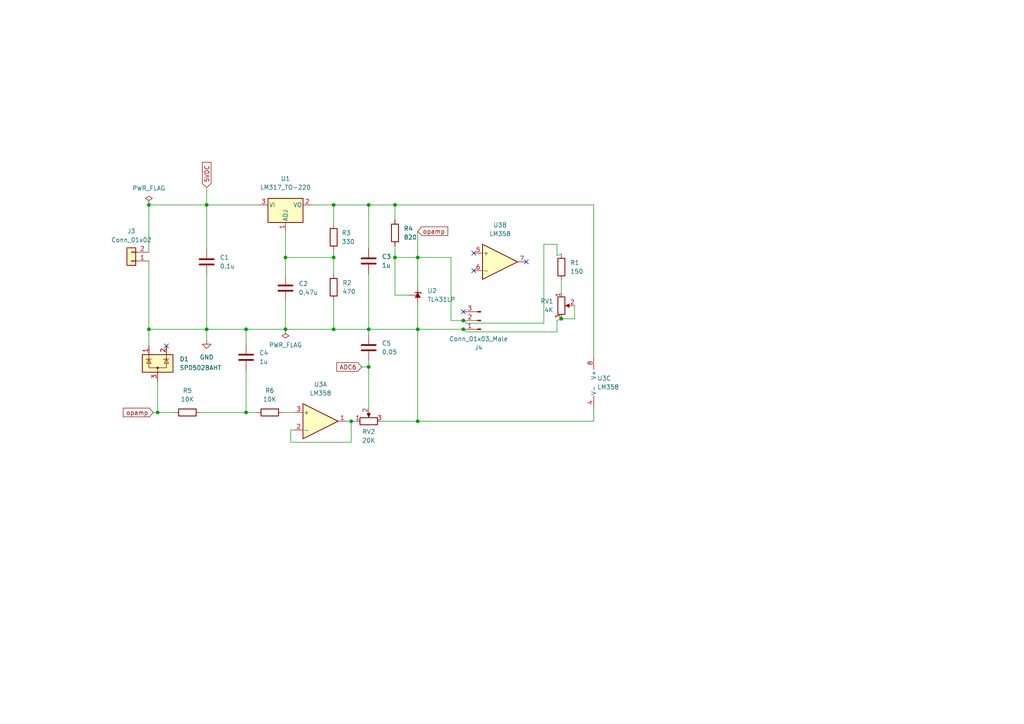
<source format=kicad_sch>
(kicad_sch (version 20211123) (generator eeschema)
  (paper "A4")
  (lib_symbols
    (symbol "Amplifier_Operational:LM358" (pin_names (offset 0.127))
      (property "Reference" "U" (at 0 5.08 0))
      (property "Value" "LM358" (at 0 -5.08 0))
      (symbol "LM358_1_1"
        (polyline (pts (xy -5.08 5.08) (xy 5.08 0) (xy -5.08 -5.08) (xy -5.08 5.08)) (stroke (width 0.254)) (fill (type background)))
        (pin output line (at 7.62 0 180) (length 2.54) (name "~") (number "1"))
        (pin input line (at -7.62 -2.54 0) (length 2.54) (name "-") (number "2"))
        (pin input line (at -7.62 2.54 0) (length 2.54) (name "+") (number "3"))
      )
      (symbol "LM358_2_1"
        (polyline (pts (xy -5.08 5.08) (xy 5.08 0) (xy -5.08 -5.08) (xy -5.08 5.08)) (stroke (width 0.254)) (fill (type background)))
        (pin input line (at -7.62 2.54 0) (length 2.54) (name "+") (number "5"))
        (pin input line (at -7.62 -2.54 0) (length 2.54) (name "-") (number "6"))
        (pin output line (at 7.62 0 180) (length 2.54) (name "~") (number "7"))
      )
      (symbol "LM358_3_1"
        (pin power_in line (at -2.54 -7.62 90) (length 3.81) (name "V-") (number "4"))
        (pin power_in line (at -2.54 7.62 270) (length 3.81) (name "V+") (number "8"))
      )
    )
    (symbol "Connector:Conn_01x03_Male" (pin_names (offset 1.016) hide)
      (property "Reference" "J" (at 0 5.08 0))
      (property "Value" "Conn_01x03_Male" (at 0 -5.08 0))
      (symbol "Conn_01x03_Male_1_1"
        (polyline (pts (xy 1.27 -2.54) (xy 0.8636 -2.54)) (stroke (width 0.1524)))
        (polyline (pts (xy 1.27 0) (xy 0.8636 0)) (stroke (width 0.1524)))
        (polyline (pts (xy 1.27 2.54) (xy 0.8636 2.54)) (stroke (width 0.1524)))
        (rectangle (start 0.8636 -2.413) (end 0 -2.667) (stroke (width 0.1524)) (fill (type outline)))
        (rectangle (start 0.8636 0.127) (end 0 -0.127) (stroke (width 0.1524)) (fill (type outline)))
        (rectangle (start 0.8636 2.667) (end 0 2.413) (stroke (width 0.1524)) (fill (type outline)))
        (pin passive line (at 5.08 2.54 180) (length 3.81) (name "Pin_1") (number "1"))
        (pin passive line (at 5.08 0 180) (length 3.81) (name "Pin_2") (number "2"))
        (pin passive line (at 5.08 -2.54 180) (length 3.81) (name "Pin_3") (number "3"))
      )
    )
    (symbol "Connector_Generic:Conn_01x02" (pin_names (offset 1.016) hide)
      (property "Reference" "J" (at 0 2.54 0))
      (property "Value" "Conn_01x02" (at 0 -5.08 0))
      (symbol "Conn_01x02_1_1"
        (rectangle (start -1.27 -2.413) (end 0 -2.667) (stroke (width 0.1524)))
        (rectangle (start -1.27 0.127) (end 0 -0.127) (stroke (width 0.1524)))
        (rectangle (start -1.27 1.27) (end 1.27 -3.81) (stroke (width 0.254)) (fill (type background)))
        (pin passive line (at -5.08 0 0) (length 3.81) (name "Pin_1") (number "1"))
        (pin passive line (at -5.08 -2.54 0) (length 3.81) (name "Pin_2") (number "2"))
      )
    )
    (symbol "Device:C" (pin_numbers hide) (pin_names (offset 0.254))
      (property "Reference" "C" (at 0.635 2.54 0))
      (property "Value" "C" (at 0.635 -2.54 0))
      (symbol "C_0_1"
        (polyline (pts (xy -2.032 -0.762) (xy 2.032 -0.762)) (stroke (width 0.508)))
        (polyline (pts (xy -2.032 0.762) (xy 2.032 0.762)) (stroke (width 0.508)))
      )
      (symbol "C_1_1"
        (pin passive line (at 0 3.81 270) (length 2.794) (name "~") (number "1"))
        (pin passive line (at 0 -3.81 90) (length 2.794) (name "~") (number "2"))
      )
    )
    (symbol "Device:R" (pin_numbers hide) (pin_names (offset 0))
      (property "Reference" "R" (at 2.032 0 90))
      (property "Value" "R" (at 0 0 90))
      (symbol "R_0_1"
        (rectangle (start -1.016 -2.54) (end 1.016 2.54) (stroke (width 0.254)))
      )
      (symbol "R_1_1"
        (pin passive line (at 0 3.81 270) (length 1.27) (name "~") (number "1"))
        (pin passive line (at 0 -3.81 90) (length 1.27) (name "~") (number "2"))
      )
    )
    (symbol "Device:R_Potentiometer" (pin_names (offset 1.016) hide)
      (property "Reference" "RV" (at -4.445 0 90))
      (property "Value" "R_Potentiometer" (at -2.54 0 90))
      (symbol "R_Potentiometer_0_1"
        (polyline (pts (xy 2.54 0) (xy 1.524 0)))
        (polyline (pts (xy 1.143 0) (xy 2.286 0.508) (xy 2.286 -0.508) (xy 1.143 0)) (fill (type outline)))
        (rectangle (start 1.016 2.54) (end -1.016 -2.54) (stroke (width 0.254)))
      )
      (symbol "R_Potentiometer_1_1"
        (pin passive line (at 0 3.81 270) (length 1.27) (name "1") (number "1"))
        (pin passive line (at 3.81 0 180) (length 1.27) (name "2") (number "2"))
        (pin passive line (at 0 -3.81 90) (length 1.27) (name "3") (number "3"))
      )
    )
    (symbol "Power_Protection:SP0502BAHT" (pin_names hide)
      (property "Reference" "D" (at 5.715 2.54 0))
      (property "Value" "SP0502BAHT" (at 5.715 0.635 0))
      (symbol "SP0502BAHT_0_0"
        (pin passive line (at 0 -5.08 90) (length 2.54) (name "A") (number "3"))
      )
      (symbol "SP0502BAHT_0_1"
        (rectangle (start -4.445 2.54) (end 4.445 -2.54) (stroke (width 0.254)) (fill (type background)))
        (circle (center 0 -1.27) (radius 0.254) (fill (type outline)))
        (polyline (pts (xy -2.54 2.54) (xy -2.54 1.27)))
        (polyline (pts (xy 0 -1.27) (xy 0 -2.54)))
        (polyline (pts (xy 2.54 2.54) (xy 2.54 1.27)))
        (polyline (pts (xy -3.302 1.016) (xy -3.302 1.27) (xy -1.905 1.27) (xy -1.778 1.27)))
        (polyline (pts (xy -2.54 1.27) (xy -2.54 -1.27) (xy 2.54 -1.27) (xy 2.54 1.27)))
        (polyline (pts (xy -2.54 1.27) (xy -1.905 0) (xy -3.175 0) (xy -2.54 1.27)))
        (polyline (pts (xy 1.778 1.016) (xy 1.778 1.27) (xy 3.175 1.27) (xy 3.302 1.27)))
        (polyline (pts (xy 2.54 1.27) (xy 1.905 0) (xy 3.175 0) (xy 2.54 1.27)))
      )
      (symbol "SP0502BAHT_1_1"
        (pin passive line (at -2.54 5.08 270) (length 2.54) (name "K") (number "1"))
        (pin passive line (at 2.54 5.08 270) (length 2.54) (name "K") (number "2"))
      )
    )
    (symbol "Reference_Voltage:TL431LP" (pin_numbers hide) (pin_names hide)
      (property "Reference" "U" (at -2.54 2.54 0))
      (property "Value" "TL431LP" (at 0 -2.54 0))
      (symbol "TL431LP_0_1"
        (polyline (pts (xy -1.27 0) (xy 0 0) (xy 1.27 0)))
        (polyline (pts (xy -0.762 0.762) (xy 0.762 0) (xy -0.762 -0.762)) (fill (type outline)))
        (polyline (pts (xy 0.508 -1.016) (xy 0.762 -0.762) (xy 0.762 0.762) (xy 0.762 0.762)) (stroke (width 0.254)))
      )
      (symbol "TL431LP_1_1"
        (pin passive line (at 0 2.54 270) (length 2.54) (name "REF") (number "1"))
        (pin passive line (at -2.54 0 0) (length 2.54) (name "A") (number "2"))
        (pin passive line (at 2.54 0 180) (length 2.54) (name "K") (number "3"))
      )
    )
    (symbol "Regulator_Linear:LM317_TO-220" (pin_names (offset 0.254))
      (property "Reference" "U" (at -3.81 3.175 0))
      (property "Value" "LM317_TO-220" (at 0 3.175 0))
      (symbol "LM317_TO-220_0_1"
        (rectangle (start -5.08 1.905) (end 5.08 -5.08) (stroke (width 0.254)) (fill (type background)))
      )
      (symbol "LM317_TO-220_1_1"
        (pin input line (at 0 -7.62 90) (length 2.54) (name "ADJ") (number "1"))
        (pin power_out line (at 7.62 0 180) (length 2.54) (name "VO") (number "2"))
        (pin power_in line (at -7.62 0 0) (length 2.54) (name "VI") (number "3"))
      )
    )
    (symbol "power:GND" (power) (pin_names (offset 0))
      (property "Value" "GND" (at 0 -3.81 0))
      (symbol "GND_0_1"
        (polyline (pts (xy 0 0) (xy 0 -1.27) (xy 1.27 -1.27) (xy 0 -2.54) (xy -1.27 -1.27) (xy 0 -1.27)))
      )
      (symbol "GND_1_1"
        (pin power_in line (at 0 0 270) (length 0) hide (name "GND") (number "1"))
      )
    )
    (symbol "power:PWR_FLAG" (power) (pin_numbers hide) (pin_names (offset 0) hide)
      (property "Value" "PWR_FLAG" (at 0 3.81 0))
      (symbol "PWR_FLAG_0_0"
        (pin power_out line (at 0 0 90) (length 0) (name "pwr") (number "1"))
      )
      (symbol "PWR_FLAG_0_1"
        (polyline (pts (xy 0 0) (xy 0 1.27) (xy -1.016 1.905) (xy 0 2.54) (xy 1.016 1.905) (xy 0 1.27)))
      )
    )
  )
  (junction (at 96.774 59.436))
  (junction (at 96.774 74.676))
  (junction (at 134.366 95.504))
  (junction (at 121.158 74.676))
  (junction (at 106.934 106.426))
  (junction (at 82.804 95.504))
  (junction (at 82.804 74.676))
  (junction (at 134.366 92.964))
  (junction (at 96.774 95.504))
  (junction (at 71.374 119.634))
  (junction (at 71.374 95.504))
  (junction (at 101.854 122.174))
  (junction (at 59.944 95.504))
  (junction (at 121.158 95.504))
  (junction (at 106.934 95.504))
  (junction (at 114.554 59.436))
  (junction (at 43.18 59.436))
  (junction (at 106.934 59.436))
  (junction (at 59.944 59.436))
  (junction (at 114.554 74.676))
  (junction (at 43.18 95.504))
  (junction (at 121.158 122.174))
  (junction (at 45.72 119.634))
  (junction (at 162.814 92.456))
  (no_connect (at 134.366 90.424))
  (no_connect (at 137.414 73.406))
  (no_connect (at 137.414 78.486))
  (no_connect (at 152.654 75.946))
  (no_connect (at 48.26 100.33))
  (wire (pts (xy 135.382 93.726) (xy 157.734 93.726)))
  (wire (pts (xy 121.158 88.138) (xy 121.158 95.504)))
  (wire (pts (xy 96.774 74.676) (xy 96.774 79.502)))
  (wire (pts (xy 172.212 118.618) (xy 172.212 122.174)))
  (wire (pts (xy 172.212 59.436) (xy 172.212 103.378)))
  (wire (pts (xy 82.804 79.756) (xy 82.804 74.676)))
  (wire (pts (xy 106.934 104.648) (xy 106.934 106.426)))
  (wire (pts (xy 82.804 74.676) (xy 96.774 74.676)))
  (wire (pts (xy 130.81 92.964) (xy 134.366 92.964)))
  (wire (pts (xy 121.158 122.174) (xy 172.212 122.174)))
  (wire (pts (xy 134.366 95.504) (xy 121.158 95.504)))
  (wire (pts (xy 114.554 71.374) (xy 114.554 74.676)))
  (wire (pts (xy 71.374 95.504) (xy 71.374 99.822)))
  (wire (pts (xy 121.158 67.056) (xy 121.158 74.676)))
  (wire (pts (xy 106.934 97.028) (xy 106.934 95.504)))
  (wire (pts (xy 114.554 59.436) (xy 114.554 63.754)))
  (wire (pts (xy 161.544 70.866) (xy 161.544 74.168)))
  (wire (pts (xy 43.18 95.504) (xy 59.944 95.504)))
  (wire (pts (xy 106.934 106.426) (xy 104.902 106.426)))
  (wire (pts (xy 161.544 92.964) (xy 162.814 92.456)))
  (wire (pts (xy 84.328 128.27) (xy 101.854 128.27)))
  (wire (pts (xy 96.774 95.504) (xy 106.934 95.504)))
  (wire (pts (xy 45.72 110.49) (xy 45.72 119.634)))
  (wire (pts (xy 45.72 119.634) (xy 50.546 119.634)))
  (wire (pts (xy 59.944 98.552) (xy 59.944 95.504)))
  (wire (pts (xy 101.854 122.174) (xy 103.124 122.174)))
  (wire (pts (xy 114.554 74.676) (xy 121.158 74.676)))
  (wire (pts (xy 106.934 106.426) (xy 106.934 118.364)))
  (wire (pts (xy 71.374 95.504) (xy 82.804 95.504)))
  (wire (pts (xy 43.18 59.436) (xy 59.944 59.436)))
  (wire (pts (xy 106.934 59.436) (xy 114.554 59.436)))
  (wire (pts (xy 161.544 92.964) (xy 161.544 96.266)))
  (wire (pts (xy 71.374 119.634) (xy 58.166 119.634)))
  (wire (pts (xy 96.774 87.122) (xy 96.774 95.504)))
  (wire (pts (xy 90.424 59.436) (xy 96.774 59.436)))
  (wire (pts (xy 135.382 96.266) (xy 161.544 96.266)))
  (wire (pts (xy 106.934 59.436) (xy 106.934 71.882)))
  (wire (pts (xy 59.944 95.504) (xy 71.374 95.504)))
  (wire (pts (xy 82.042 119.634) (xy 85.344 119.634)))
  (wire (pts (xy 166.624 92.456) (xy 166.624 88.646)))
  (wire (pts (xy 135.382 96.266) (xy 134.366 95.504)))
  (wire (pts (xy 82.804 95.504) (xy 96.774 95.504)))
  (wire (pts (xy 110.744 122.174) (xy 121.158 122.174)))
  (wire (pts (xy 121.158 95.504) (xy 121.158 122.174)))
  (wire (pts (xy 162.814 92.456) (xy 166.624 92.456)))
  (wire (pts (xy 59.944 59.436) (xy 59.944 72.136)))
  (wire (pts (xy 100.584 122.174) (xy 101.854 122.174)))
  (wire (pts (xy 130.81 74.676) (xy 121.158 74.676)))
  (wire (pts (xy 59.944 79.756) (xy 59.944 95.504)))
  (wire (pts (xy 135.382 93.726) (xy 134.366 92.964)))
  (wire (pts (xy 157.734 70.866) (xy 157.734 93.726)))
  (wire (pts (xy 114.554 59.436) (xy 172.212 59.436)))
  (wire (pts (xy 96.774 59.436) (xy 96.774 65.024)))
  (wire (pts (xy 114.554 85.598) (xy 118.618 85.598)))
  (wire (pts (xy 121.158 83.058) (xy 121.158 74.676)))
  (wire (pts (xy 43.18 100.33) (xy 43.18 95.504)))
  (wire (pts (xy 162.814 84.836) (xy 162.814 81.28)))
  (wire (pts (xy 75.184 59.436) (xy 59.944 59.436)))
  (wire (pts (xy 106.934 95.504) (xy 121.158 95.504)))
  (wire (pts (xy 130.81 92.964) (xy 130.81 74.676)))
  (wire (pts (xy 84.328 124.714) (xy 84.328 128.27)))
  (wire (pts (xy 43.18 73.152) (xy 43.18 59.436)))
  (wire (pts (xy 114.554 85.598) (xy 114.554 74.676)))
  (wire (pts (xy 82.804 87.376) (xy 82.804 95.504)))
  (wire (pts (xy 96.774 59.436) (xy 106.934 59.436)))
  (wire (pts (xy 96.774 72.644) (xy 96.774 74.676)))
  (wire (pts (xy 44.45 119.634) (xy 45.72 119.634)))
  (wire (pts (xy 106.934 79.502) (xy 106.934 95.504)))
  (wire (pts (xy 161.544 70.866) (xy 157.734 70.866)))
  (wire (pts (xy 85.344 124.714) (xy 84.328 124.714)))
  (wire (pts (xy 59.944 54.356) (xy 59.944 59.436)))
  (wire (pts (xy 82.804 74.676) (xy 82.804 67.056)))
  (wire (pts (xy 71.374 107.442) (xy 71.374 119.634)))
  (wire (pts (xy 161.544 74.168) (xy 162.814 73.66)))
  (wire (pts (xy 43.18 75.692) (xy 43.18 95.504)))
  (wire (pts (xy 74.422 119.634) (xy 71.374 119.634)))
  (wire (pts (xy 101.854 128.27) (xy 101.854 122.174)))
  (global_label "opamp" (shape input) (at 44.45 119.634 180) (property "Intersheet References" "${INTERSHEET_REFS}" (effects hide)))
  (global_label "opamp" (shape input) (at 121.158 67.056 0) (property "Intersheet References" "${INTERSHEET_REFS}" (effects hide)))
  (global_label "5VDC" (shape input) (at 59.944 54.356 90) (property "Intersheet References" "${INTERSHEET_REFS}" (effects hide)))
  (global_label "ADC6" (shape input) (at 104.902 106.426 180) (property "Intersheet References" "${INTERSHEET_REFS}" (effects hide)))
  (symbol (lib_id "Amplifier_Operational:LM358") (at 174.752 110.998 0) (unit 3)
    (property "Reference" "U3" (at 173.228 109.7279 0) (effects (justify left)))
    (property "Value" "LM358" (at 173.228 112.2679 0) (effects (justify left)))
    (property "Footprint" "Package_DIP:DIP-8_W7.62mm" (effects hide))
    (property "Datasheet" "http://www.ti.com/lit/ds/symlink/lm2904-n.pdf" (effects hide))
  )
  (symbol (lib_id "Device:R") (at 162.814 77.47 180) (unit 1)
    (property "Reference" "R1" (at 165.354 76.1999 0) (effects (justify right)))
    (property "Value" "150" (at 165.354 78.7399 0) (effects (justify right)))
    (property "Footprint" "Resistor_THT:R_Axial_DIN0207_L6.3mm_D2.5mm_P7.62mm_Horizontal" (effects hide))
  )
  (symbol (lib_id "Device:C") (at 59.944 75.946 0) (unit 1)
    (property "Reference" "C1" (at 63.754 74.6759 0) (effects (justify left)))
    (property "Value" "0,1u" (at 63.754 77.2159 0) (effects (justify left)))
    (property "Footprint" "Capacitor_THT:C_Disc_D3.0mm_W2.0mm_P2.50mm" (effects hide))
    (property "Footprint" "Capacitor_THT:C_Disc_D3.0mm_W2.0mm_P2.50mm" (effects hide))
    (property "Reference" "C1" (effects hide))
    (property "Value" "10u" (effects hide))
  )
  (symbol (lib_id "Regulator_Linear:LM317_TO-220") (at 82.804 59.436 0) (unit 1)
    (property "Reference" "U1" (at 82.804 51.816 0))
    (property "Value" "LM317_TO-220" (at 82.804 54.356 0))
    (property "Footprint" "Package_TO_SOT_THT:TO-220-3_Vertical" (effects hide))
    (property "Datasheet" "http://www.ti.com/lit/ds/symlink/lm317.pdf" (effects hide))
    (property "Footprint" "Package_TO_SOT_THT:TO-220-3_Vertical" (effects hide))
    (property "Reference" "U1" (effects hide))
    (property "Value" "LM317_TO-220" (effects hide))
  )
  (symbol (lib_id "Device:R_Potentiometer") (at 162.814 88.646 0) (unit 1)
    (property "Reference" "RV1" (at 160.528 87.3759 0) (effects (justify right)))
    (property "Value" "4K" (at 160.528 89.9159 0) (effects (justify right)))
    (property "Footprint" "Potentiometer_THT:Potentiometer_ACP_CA9-V10_Vertical" (effects hide))
    (property "Footprint" "Potentiometer_THT:Potentiometer_ACP_CA9-V10_Vertical" (effects hide))
    (property "Reference" "RV1" (effects hide))
    (property "Value" "R_Potentiometer" (effects hide))
  )
  (symbol (lib_id "Device:R_Potentiometer") (at 106.934 122.174 90) (unit 1)
    (property "Reference" "RV2" (at 106.934 125.222 90))
    (property "Value" "20K" (at 106.934 127.762 90))
    (property "Footprint" "Potentiometer_THT:Potentiometer_ACP_CA9-V10_Vertical" (effects hide))
    (property "Footprint" "Potentiometer_THT:Potentiometer_ACP_CA9-V10_Vertical" (effects hide))
    (property "Reference" "RV1" (effects hide))
    (property "Value" "R_Potentiometer" (effects hide))
  )
  (symbol (lib_id "Power_Protection:SP0502BAHT") (at 45.72 105.41 0) (unit 1)
    (property "Reference" "D1" (at 52.07 104.1399 0) (effects (justify left)))
    (property "Value" "SP0502BAHT" (at 52.07 106.6799 0) (effects (justify left)))
    (property "Footprint" "Package_TO_SOT_SMD:SOT-23" (effects hide))
    (property "Datasheet" "http://www.littelfuse.com/~/media/files/littelfuse/technical%20resources/documents/data%20sheets/sp05xxba.pdf" (effects hide))
  )
  (symbol (lib_id "Device:R") (at 54.356 119.634 90) (unit 1)
    (property "Reference" "R5" (at 54.356 113.284 90))
    (property "Value" "10K" (at 54.356 115.824 90))
    (property "Footprint" "Resistor_THT:R_Axial_DIN0207_L6.3mm_D2.5mm_P7.62mm_Horizontal" (effects hide))
    (property "Footprint" "R_Axial_DIN0207_L6.3mm_D2.5mm_P7.62mm_Horizontal" (effects hide))
    (property "Reference" "R2" (effects hide))
    (property "Value" "330" (effects hide))
  )
  (symbol (lib_id "Device:R") (at 78.232 119.634 90) (unit 1)
    (property "Reference" "R6" (at 78.232 113.284 90))
    (property "Value" "10K" (at 78.232 115.824 90))
    (property "Footprint" "Resistor_THT:R_Axial_DIN0207_L6.3mm_D2.5mm_P7.62mm_Horizontal" (effects hide))
    (property "Footprint" "R_Axial_DIN0207_L6.3mm_D2.5mm_P7.62mm_Horizontal" (effects hide))
    (property "Reference" "R2" (effects hide))
    (property "Value" "330" (effects hide))
  )
  (symbol (lib_id "Device:R") (at 96.774 83.312 180) (unit 1)
    (property "Reference" "R2" (at 99.314 82.0419 0) (effects (justify right)))
    (property "Value" "470" (at 99.314 84.5819 0) (effects (justify right)))
    (property "Footprint" "Resistor_THT:R_Axial_DIN0207_L6.3mm_D2.5mm_P7.62mm_Horizontal" (effects hide))
  )
  (symbol (lib_id "Reference_Voltage:TL431LP") (at 121.158 85.598 90) (unit 1)
    (property "Reference" "U2" (at 123.952 84.3279 90) (effects (justify right)))
    (property "Value" "TL431LP" (at 123.952 86.8679 90) (effects (justify right)))
    (property "Footprint" "Package_TO_SOT_THT:TO-92" (effects hide))
    (property "Datasheet" "http://www.ti.com/lit/ds/symlink/tl431.pdf" (effects hide))
    (property "Footprint" "Package_TO_SOT_THT:TO-92_Inline" (effects hide))
    (property "Reference" "U2" (effects hide))
    (property "Value" "TL431LP" (effects hide))
  )
  (symbol (lib_id "power:PWR_FLAG") (at 43.18 59.436 0) (unit 1)
    (property "Reference" "#FLG01" (effects hide))
    (property "Value" "PWR_FLAG" (at 43.18 54.61 0))
  )
  (symbol (lib_id "Device:C") (at 71.374 103.632 0) (unit 1)
    (property "Reference" "C4" (at 75.184 102.3619 0) (effects (justify left)))
    (property "Value" "1u" (at 75.184 104.9019 0) (effects (justify left)))
    (property "Footprint" "Capacitor_THT:C_Disc_D3.0mm_W2.0mm_P2.50mm" (effects hide))
  )
  (symbol (lib_id "Device:C") (at 106.934 100.838 0) (unit 1)
    (property "Reference" "C5" (at 110.744 99.5679 0) (effects (justify left)))
    (property "Value" "0,05" (at 110.744 102.1079 0) (effects (justify left)))
    (property "Footprint" "Capacitor_THT:C_Disc_D3.0mm_W1.6mm_P2.50mm" (effects hide))
  )
  (symbol (lib_id "Device:R") (at 96.774 68.834 180) (unit 1)
    (property "Reference" "R3" (at 99.06 67.5639 0) (effects (justify right)))
    (property "Value" "330" (at 99.06 70.1039 0) (effects (justify right)))
    (property "Footprint" "Resistor_THT:R_Axial_DIN0207_L6.3mm_D2.5mm_P7.62mm_Horizontal" (effects hide))
    (property "Footprint" "R_Axial_DIN0207_L6.3mm_D2.5mm_P7.62mm_Horizontal" (effects hide))
    (property "Reference" "R2" (effects hide))
    (property "Value" "330" (effects hide))
  )
  (symbol (lib_id "power:PWR_FLAG") (at 82.804 95.504 180) (unit 1)
    (property "Reference" "#FLG02" (effects hide))
    (property "Value" "PWR_FLAG" (at 82.804 100.076 0))
  )
  (symbol (lib_id "Device:C") (at 106.934 75.692 0) (unit 1)
    (property "Reference" "C3" (at 110.744 74.4219 0) (effects (justify left)))
    (property "Value" "1u" (at 110.744 76.9619 0) (effects (justify left)))
    (property "Footprint" "Capacitor_THT:C_Disc_D3.0mm_W2.0mm_P2.50mm" (effects hide))
  )
  (symbol (lib_id "Device:R") (at 114.554 67.564 180) (unit 1)
    (property "Reference" "R4" (at 117.094 66.2939 0) (effects (justify right)))
    (property "Value" "820" (at 117.094 68.8339 0) (effects (justify right)))
    (property "Footprint" "Resistor_THT:R_Axial_DIN0207_L6.3mm_D2.5mm_P7.62mm_Horizontal" (effects hide))
  )
  (symbol (lib_id "Device:C") (at 82.804 83.566 0) (unit 1)
    (property "Reference" "C2" (at 86.614 82.2959 0) (effects (justify left)))
    (property "Value" "0,47u" (at 86.614 84.8359 0) (effects (justify left)))
    (property "Footprint" "Capacitor_THT:C_Disc_D3.0mm_W2.0mm_P2.50mm" (effects hide))
  )
  (symbol (lib_id "Connector_Generic:Conn_01x02") (at 38.1 75.692 180) (unit 1)
    (property "Reference" "J3" (at 38.1 67.056 0))
    (property "Value" "Conn_01x02" (at 38.1 69.596 0))
    (property "Footprint" "Connector_PinHeader_2.54mm:PinHeader_1x02_P2.54mm_Vertical" (effects hide))
    (property "Footprint" "Connector_Wago:Wago_734-162_1x02_P3.50mm_Horizontal" (effects hide))
    (property "Reference" "J1" (effects hide))
    (property "Value" "Conn_01x02" (effects hide))
  )
  (symbol (lib_id "Amplifier_Operational:LM358") (at 145.034 75.946 0) (unit 2)
    (property "Reference" "U3" (at 145.034 65.278 0))
    (property "Value" "LM358" (at 145.034 67.818 0))
    (property "Footprint" "Package_DIP:DIP-8_W7.62mm" (effects hide))
    (property "Datasheet" "http://www.ti.com/lit/ds/symlink/lm2904-n.pdf" (effects hide))
  )
  (symbol (lib_id "Connector:Conn_01x03_Male") (at 139.446 92.964 180) (unit 1)
    (property "Reference" "J4" (at 138.811 100.838 0))
    (property "Value" "Conn_01x03_Male" (at 138.811 98.298 0))
    (property "Footprint" "Connector:FanPinHeader_1x03_P2.54mm_Vertical" (effects hide))
    (property "Footprint" "Connector:FanPinHeader_1x03_P2.54mm_Vertical" (effects hide))
    (property "Reference" "J2" (effects hide))
    (property "Value" "Conn_01x03_Male" (effects hide))
  )
  (symbol (lib_id "Amplifier_Operational:LM358") (at 92.964 122.174 0) (unit 1)
    (property "Reference" "U3" (at 92.964 111.506 0))
    (property "Value" "LM358" (at 92.964 114.046 0))
    (property "Footprint" "Package_DIP:DIP-8_W7.62mm" (effects hide))
    (property "Datasheet" "http://www.ti.com/lit/ds/symlink/lm2904-n.pdf" (effects hide))
  )
  (symbol (lib_id "power:GND") (at 59.944 98.552 0) (unit 1)
    (property "Reference" "#PWR02" (effects hide))
    (property "Value" "GND" (at 59.944 103.632 0))
  )
)
</source>
